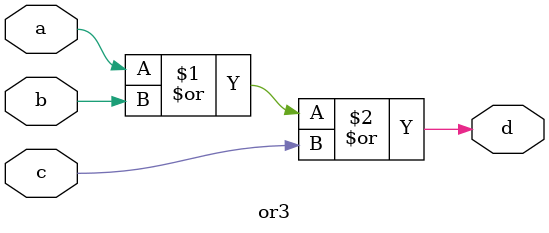
<source format=v>
module or3(a,b,c,d);
	input a,b,c;
	output d;
	assign d=a|b|c;
endmodule


</source>
